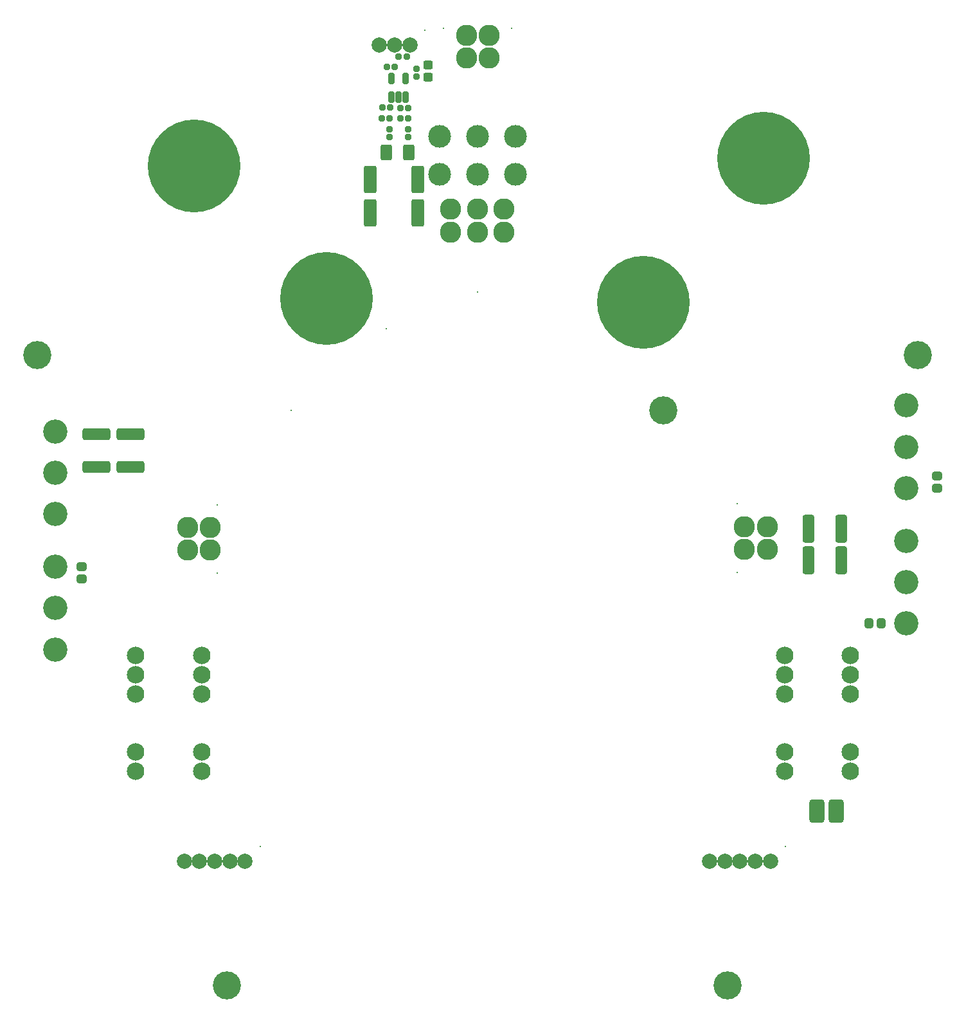
<source format=gbs>
G04*
G04 #@! TF.GenerationSoftware,Altium Limited,Altium Designer,22.7.1 (60)*
G04*
G04 Layer_Color=16711935*
%FSLAX43Y43*%
%MOMM*%
G71*
G04*
G04 #@! TF.SameCoordinates,6C714445-BF0D-44DC-86B3-87104CAD25D8*
G04*
G04*
G04 #@! TF.FilePolarity,Negative*
G04*
G01*
G75*
G04:AMPARAMS|DCode=18|XSize=0.813mm|YSize=0.803mm|CornerRadius=0.177mm|HoleSize=0mm|Usage=FLASHONLY|Rotation=180.000|XOffset=0mm|YOffset=0mm|HoleType=Round|Shape=RoundedRectangle|*
%AMROUNDEDRECTD18*
21,1,0.813,0.450,0,0,180.0*
21,1,0.460,0.803,0,0,180.0*
1,1,0.353,-0.230,0.225*
1,1,0.353,0.230,0.225*
1,1,0.353,0.230,-0.225*
1,1,0.353,-0.230,-0.225*
%
%ADD18ROUNDEDRECTD18*%
G04:AMPARAMS|DCode=20|XSize=0.793mm|YSize=0.803mm|CornerRadius=0.175mm|HoleSize=0mm|Usage=FLASHONLY|Rotation=0.000|XOffset=0mm|YOffset=0mm|HoleType=Round|Shape=RoundedRectangle|*
%AMROUNDEDRECTD20*
21,1,0.793,0.453,0,0,0.0*
21,1,0.443,0.803,0,0,0.0*
1,1,0.351,0.221,-0.226*
1,1,0.351,-0.221,-0.226*
1,1,0.351,-0.221,0.226*
1,1,0.351,0.221,0.226*
%
%ADD20ROUNDEDRECTD20*%
G04:AMPARAMS|DCode=21|XSize=1.123mm|YSize=1.283mm|CornerRadius=0.217mm|HoleSize=0mm|Usage=FLASHONLY|Rotation=90.000|XOffset=0mm|YOffset=0mm|HoleType=Round|Shape=RoundedRectangle|*
%AMROUNDEDRECTD21*
21,1,1.123,0.850,0,0,90.0*
21,1,0.690,1.283,0,0,90.0*
1,1,0.433,0.425,0.345*
1,1,0.433,0.425,-0.345*
1,1,0.433,-0.425,-0.345*
1,1,0.433,-0.425,0.345*
%
%ADD21ROUNDEDRECTD21*%
G04:AMPARAMS|DCode=23|XSize=0.813mm|YSize=0.803mm|CornerRadius=0.177mm|HoleSize=0mm|Usage=FLASHONLY|Rotation=270.000|XOffset=0mm|YOffset=0mm|HoleType=Round|Shape=RoundedRectangle|*
%AMROUNDEDRECTD23*
21,1,0.813,0.450,0,0,270.0*
21,1,0.460,0.803,0,0,270.0*
1,1,0.353,-0.225,-0.230*
1,1,0.353,-0.225,0.230*
1,1,0.353,0.225,0.230*
1,1,0.353,0.225,-0.230*
%
%ADD23ROUNDEDRECTD23*%
G04:AMPARAMS|DCode=24|XSize=1.143mm|YSize=1.233mm|CornerRadius=0.219mm|HoleSize=0mm|Usage=FLASHONLY|Rotation=90.000|XOffset=0mm|YOffset=0mm|HoleType=Round|Shape=RoundedRectangle|*
%AMROUNDEDRECTD24*
21,1,1.143,0.795,0,0,90.0*
21,1,0.705,1.233,0,0,90.0*
1,1,0.438,0.398,0.353*
1,1,0.438,0.398,-0.353*
1,1,0.438,-0.398,-0.353*
1,1,0.438,-0.398,0.353*
%
%ADD24ROUNDEDRECTD24*%
G04:AMPARAMS|DCode=27|XSize=1.963mm|YSize=3.023mm|CornerRadius=0.322mm|HoleSize=0mm|Usage=FLASHONLY|Rotation=180.000|XOffset=0mm|YOffset=0mm|HoleType=Round|Shape=RoundedRectangle|*
%AMROUNDEDRECTD27*
21,1,1.963,2.380,0,0,180.0*
21,1,1.320,3.023,0,0,180.0*
1,1,0.643,-0.660,1.190*
1,1,0.643,0.660,1.190*
1,1,0.643,0.660,-1.190*
1,1,0.643,-0.660,-1.190*
%
%ADD27ROUNDEDRECTD27*%
%ADD28C,0.203*%
%ADD29C,3.003*%
%ADD30C,12.203*%
%ADD31C,2.803*%
%ADD32C,2.303*%
%ADD33C,3.703*%
%ADD34C,3.203*%
%ADD35C,2.003*%
G04:AMPARAMS|DCode=72|XSize=1.123mm|YSize=1.283mm|CornerRadius=0.217mm|HoleSize=0mm|Usage=FLASHONLY|Rotation=0.000|XOffset=0mm|YOffset=0mm|HoleType=Round|Shape=RoundedRectangle|*
%AMROUNDEDRECTD72*
21,1,1.123,0.850,0,0,0.0*
21,1,0.690,1.283,0,0,0.0*
1,1,0.433,0.345,-0.425*
1,1,0.433,-0.345,-0.425*
1,1,0.433,-0.345,0.425*
1,1,0.433,0.345,0.425*
%
%ADD72ROUNDEDRECTD72*%
G04:AMPARAMS|DCode=73|XSize=1.503mm|YSize=3.673mm|CornerRadius=0.264mm|HoleSize=0mm|Usage=FLASHONLY|Rotation=0.000|XOffset=0mm|YOffset=0mm|HoleType=Round|Shape=RoundedRectangle|*
%AMROUNDEDRECTD73*
21,1,1.503,3.145,0,0,0.0*
21,1,0.975,3.673,0,0,0.0*
1,1,0.528,0.488,-1.573*
1,1,0.528,-0.488,-1.573*
1,1,0.528,-0.488,1.573*
1,1,0.528,0.488,1.573*
%
%ADD73ROUNDEDRECTD73*%
G04:AMPARAMS|DCode=74|XSize=1.503mm|YSize=3.673mm|CornerRadius=0.264mm|HoleSize=0mm|Usage=FLASHONLY|Rotation=90.000|XOffset=0mm|YOffset=0mm|HoleType=Round|Shape=RoundedRectangle|*
%AMROUNDEDRECTD74*
21,1,1.503,3.145,0,0,90.0*
21,1,0.975,3.673,0,0,90.0*
1,1,0.528,1.573,0.488*
1,1,0.528,1.573,-0.488*
1,1,0.528,-1.573,-0.488*
1,1,0.528,-1.573,0.488*
%
%ADD74ROUNDEDRECTD74*%
G04:AMPARAMS|DCode=75|XSize=1.653mm|YSize=3.633mm|CornerRadius=0.283mm|HoleSize=0mm|Usage=FLASHONLY|Rotation=180.000|XOffset=0mm|YOffset=0mm|HoleType=Round|Shape=RoundedRectangle|*
%AMROUNDEDRECTD75*
21,1,1.653,3.068,0,0,180.0*
21,1,1.087,3.633,0,0,180.0*
1,1,0.566,-0.544,1.534*
1,1,0.566,0.544,1.534*
1,1,0.566,0.544,-1.534*
1,1,0.566,-0.544,-1.534*
%
%ADD75ROUNDEDRECTD75*%
G04:AMPARAMS|DCode=76|XSize=0.813mm|YSize=1.463mm|CornerRadius=0.178mm|HoleSize=0mm|Usage=FLASHONLY|Rotation=0.000|XOffset=0mm|YOffset=0mm|HoleType=Round|Shape=RoundedRectangle|*
%AMROUNDEDRECTD76*
21,1,0.813,1.108,0,0,0.0*
21,1,0.458,1.463,0,0,0.0*
1,1,0.356,0.229,-0.554*
1,1,0.356,-0.229,-0.554*
1,1,0.356,-0.229,0.554*
1,1,0.356,0.229,0.554*
%
%ADD76ROUNDEDRECTD76*%
G04:AMPARAMS|DCode=77|XSize=0.793mm|YSize=0.803mm|CornerRadius=0.175mm|HoleSize=0mm|Usage=FLASHONLY|Rotation=270.000|XOffset=0mm|YOffset=0mm|HoleType=Round|Shape=RoundedRectangle|*
%AMROUNDEDRECTD77*
21,1,0.793,0.453,0,0,270.0*
21,1,0.443,0.803,0,0,270.0*
1,1,0.351,-0.226,-0.221*
1,1,0.351,-0.226,0.221*
1,1,0.351,0.226,0.221*
1,1,0.351,0.226,-0.221*
%
%ADD77ROUNDEDRECTD77*%
G04:AMPARAMS|DCode=78|XSize=1.483mm|YSize=2.073mm|CornerRadius=0.262mm|HoleSize=0mm|Usage=FLASHONLY|Rotation=0.000|XOffset=0mm|YOffset=0mm|HoleType=Round|Shape=RoundedRectangle|*
%AMROUNDEDRECTD78*
21,1,1.483,1.550,0,0,0.0*
21,1,0.960,2.073,0,0,0.0*
1,1,0.523,0.480,-0.775*
1,1,0.523,-0.480,-0.775*
1,1,0.523,-0.480,0.775*
1,1,0.523,0.480,0.775*
%
%ADD78ROUNDEDRECTD78*%
D18*
X21075Y120925D02*
D03*
X22075Y120925D02*
D03*
X23875Y114175D02*
D03*
X22875Y114175D02*
D03*
X21450Y114175D02*
D03*
X20450Y114175D02*
D03*
D20*
X23675Y122255D02*
D03*
X22650Y122255D02*
D03*
X23875Y115530D02*
D03*
X22850Y115530D02*
D03*
X20475Y115550D02*
D03*
X21500Y115550D02*
D03*
D21*
X93600Y67050D02*
D03*
X93600Y65450D02*
D03*
X-19100Y53550D02*
D03*
Y55150D02*
D03*
D23*
X21400Y111725D02*
D03*
X21400Y112725D02*
D03*
X23850Y111725D02*
D03*
X23850Y112725D02*
D03*
D24*
X26525Y119550D02*
D03*
X26525Y121150D02*
D03*
D27*
X80295Y23000D02*
D03*
X77705Y23000D02*
D03*
D28*
X21000Y86500D02*
D03*
X28550Y126040D02*
D03*
X37550D02*
D03*
X8500Y75750D02*
D03*
X67235Y63400D02*
D03*
Y54400D02*
D03*
X-1235Y63300D02*
D03*
Y54300D02*
D03*
X33000Y91290D02*
D03*
X26100Y125725D02*
D03*
X4400Y18300D02*
D03*
X73600D02*
D03*
D29*
X28000Y111750D02*
D03*
X33000Y111750D02*
D03*
X38000D02*
D03*
X28000Y106750D02*
D03*
X33000Y106750D02*
D03*
X38000Y106750D02*
D03*
D30*
X13163Y90448D02*
D03*
X-4302Y107913D02*
D03*
X70713Y108879D02*
D03*
X54836Y89957D02*
D03*
D31*
X31550Y122100D02*
D03*
X34550D02*
D03*
X31550Y125100D02*
D03*
X34550D02*
D03*
X68175Y60400D02*
D03*
Y57400D02*
D03*
X71175Y60400D02*
D03*
Y57400D02*
D03*
X-5175Y60300D02*
D03*
Y57300D02*
D03*
X-2175Y60300D02*
D03*
Y57300D02*
D03*
X29500Y102200D02*
D03*
X33000D02*
D03*
X36500D02*
D03*
X29500Y99200D02*
D03*
X33000D02*
D03*
X36500D02*
D03*
D32*
X73460Y43480D02*
D03*
Y38400D02*
D03*
Y28240D02*
D03*
Y30780D02*
D03*
Y40940D02*
D03*
X-12040Y43480D02*
D03*
Y38400D02*
D03*
Y28240D02*
D03*
Y30780D02*
D03*
Y40940D02*
D03*
X82140D02*
D03*
Y30780D02*
D03*
Y28240D02*
D03*
Y38400D02*
D03*
Y43480D02*
D03*
X-3300Y40940D02*
D03*
Y30780D02*
D03*
Y28240D02*
D03*
Y38400D02*
D03*
Y43480D02*
D03*
D33*
X0Y0D02*
D03*
X66000D02*
D03*
X57500Y75750D02*
D03*
X91000Y83000D02*
D03*
X-25000D02*
D03*
D34*
X-22600Y62050D02*
D03*
X-22600Y67500D02*
D03*
Y72950D02*
D03*
X-22600Y44250D02*
D03*
X-22600Y49700D02*
D03*
X-22600Y55150D02*
D03*
X89500Y58550D02*
D03*
X89500Y53100D02*
D03*
X89500Y47650D02*
D03*
X89500Y76350D02*
D03*
X89500Y70900D02*
D03*
X89500Y65450D02*
D03*
D35*
X24100Y123825D02*
D03*
X22100D02*
D03*
X20100D02*
D03*
X2400Y16400D02*
D03*
X-5600D02*
D03*
X-3600D02*
D03*
X-1600D02*
D03*
X400D02*
D03*
X71600D02*
D03*
X63600D02*
D03*
X65600D02*
D03*
X67600D02*
D03*
X69600D02*
D03*
D72*
X84600Y47650D02*
D03*
X86200Y47650D02*
D03*
D73*
X80950Y55963D02*
D03*
X76650Y55963D02*
D03*
X80950Y60163D02*
D03*
X76650Y60163D02*
D03*
D74*
X-12700Y68250D02*
D03*
X-12700Y72550D02*
D03*
X-17200Y68250D02*
D03*
X-17200Y72550D02*
D03*
D75*
X18885Y101700D02*
D03*
X25115Y101700D02*
D03*
X25115Y106100D02*
D03*
X18885Y106100D02*
D03*
D76*
X23550Y116975D02*
D03*
X22600Y116975D02*
D03*
X21650Y116975D02*
D03*
X21650Y119425D02*
D03*
X23550Y119425D02*
D03*
D77*
X24970Y120675D02*
D03*
X24970Y119650D02*
D03*
D78*
X20997Y109674D02*
D03*
X23997Y109674D02*
D03*
M02*

</source>
